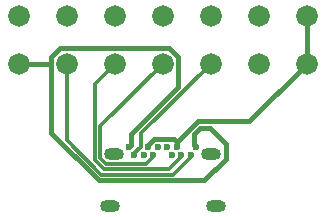
<source format=gbr>
%TF.GenerationSoftware,KiCad,Pcbnew,7.0.5*%
%TF.CreationDate,2024-03-06T10:34:55-05:00*%
%TF.ProjectId,SaberCord_Copy_Male,53616265-7243-46f7-9264-5f436f70795f,rev?*%
%TF.SameCoordinates,Original*%
%TF.FileFunction,Copper,L2,Bot*%
%TF.FilePolarity,Positive*%
%FSLAX46Y46*%
G04 Gerber Fmt 4.6, Leading zero omitted, Abs format (unit mm)*
G04 Created by KiCad (PCBNEW 7.0.5) date 2024-03-06 10:34:55*
%MOMM*%
%LPD*%
G01*
G04 APERTURE LIST*
%TA.AperFunction,ComponentPad*%
%ADD10O,1.700000X1.000000*%
%TD*%
%TA.AperFunction,ComponentPad*%
%ADD11C,0.600000*%
%TD*%
%TA.AperFunction,ComponentPad*%
%ADD12C,1.828800*%
%TD*%
%TA.AperFunction,Conductor*%
%ADD13C,0.400000*%
%TD*%
%TA.AperFunction,Conductor*%
%ADD14C,0.300000*%
%TD*%
G04 APERTURE END LIST*
D10*
%TO.P,J2,1*%
%TO.N,N/C*%
X-4125000Y-5620000D03*
%TO.P,J2,2*%
X-4485000Y-10010000D03*
%TO.P,J2,3*%
X4485000Y-10010000D03*
%TO.P,J2,4*%
X4125000Y-5620000D03*
D11*
%TO.P,J2,B1,b1*%
%TO.N,GND*%
X2800000Y-5020000D03*
%TO.P,J2,B2,b2*%
%TO.N,/CAN2_H*%
X2400000Y-5720000D03*
%TO.P,J2,B3,b3*%
%TO.N,/CAN2_L*%
X1600000Y-5720000D03*
%TO.P,J2,B4,b4*%
%TO.N,+12V*%
X1200000Y-5020000D03*
%TO.P,J2,B5,b5*%
%TO.N,unconnected-(J2-b5-PadB5)*%
X800000Y-5720000D03*
%TO.P,J2,B6,b6*%
%TO.N,unconnected-(J2-b6-PadB6)*%
X400000Y-5020000D03*
%TO.P,J2,B7,b7*%
%TO.N,unconnected-(J2-b7-PadB7)*%
X-400000Y-5020000D03*
%TO.P,J2,B8,b8*%
%TO.N,/SBU2*%
X-800000Y-5720000D03*
%TO.P,J2,B9,b9*%
%TO.N,+12V*%
X-1200000Y-5020000D03*
%TO.P,J2,B10,b10*%
%TO.N,/CAN3_L*%
X-1600000Y-5720000D03*
%TO.P,J2,B11,b11*%
%TO.N,/CAN3_H*%
X-2400000Y-5720000D03*
%TO.P,J2,B12,b12*%
%TO.N,GND*%
X-2800000Y-5020000D03*
%TD*%
D12*
%TO.P,J1,1,Pin_1a*%
%TO.N,GND*%
X-12192000Y6096000D03*
%TO.P,J1,2,Pin_2a*%
%TO.N,/CAN0_H*%
X-8128000Y6096000D03*
%TO.P,J1,3,Pin_3a*%
%TO.N,/CAN0_L*%
X-4064000Y6096000D03*
%TO.P,J1,4,Pin_4a*%
%TO.N,/SBU1*%
X0Y6096000D03*
%TO.P,J1,5,Pin_5a*%
%TO.N,/CAN1_L*%
X4064000Y6096000D03*
%TO.P,J1,6,Pin_6a*%
%TO.N,/CAN1_H*%
X8128000Y6096000D03*
%TO.P,J1,7,Pin_7a*%
%TO.N,+12V*%
X12192000Y6096000D03*
%TO.P,J1,8,Pin_1b*%
%TO.N,GND*%
X-12192000Y2032000D03*
%TO.P,J1,9,Pin_2b*%
%TO.N,/CAN2_H*%
X-8128000Y2032000D03*
%TO.P,J1,10,Pin_3b*%
%TO.N,/CAN2_L*%
X-4064000Y2032000D03*
%TO.P,J1,11,Pin_4b*%
%TO.N,/SBU2*%
X0Y2032000D03*
%TO.P,J1,12,Pin_5b*%
%TO.N,/CAN3_H*%
X4064000Y2032000D03*
%TO.P,J1,13,Pin_6b*%
%TO.N,/CAN3_L*%
X8128000Y2032000D03*
%TO.P,J1,14,Pin_7b*%
%TO.N,+12V*%
X12192000Y2032000D03*
%TD*%
D13*
%TO.N,+12V*%
X-1200000Y-4842500D02*
X-699000Y-4341500D01*
X3002400Y-2801500D02*
X1200000Y-4603900D01*
X7358500Y-2801500D02*
X3002400Y-2801500D01*
X-699000Y-4341500D02*
X937600Y-4341500D01*
X937600Y-4341500D02*
X1200000Y-4603900D01*
X12192000Y2032000D02*
X7358500Y-2801500D01*
X1200000Y-4603900D02*
X1200000Y-5020000D01*
X-1200000Y-5020000D02*
X-1200000Y-4842500D01*
X12192000Y6096000D02*
X12192000Y2032000D01*
%TO.N,GND*%
X3519000Y-7854100D02*
X5347100Y-6026000D01*
X2646100Y-3946300D02*
X2646100Y-4866100D01*
X509200Y3335900D02*
X-8692800Y3335900D01*
X1282300Y2562800D02*
X509200Y3335900D01*
X3996400Y-3397800D02*
X3194600Y-3397800D01*
X5347100Y-6026000D02*
X5347100Y-4748500D01*
X3194600Y-3397800D02*
X2646100Y-3946300D01*
X-8692800Y3335900D02*
X-9443400Y2585300D01*
X-2673100Y-4893100D02*
X-2673100Y-3937900D01*
X-2673100Y-3937900D02*
X1282300Y17500D01*
X5347100Y-4748500D02*
X3996400Y-3397800D01*
X1282300Y17500D02*
X1282300Y2562800D01*
X-2800000Y-5020000D02*
X-2673100Y-4893100D01*
X-5394100Y-7854100D02*
X3519000Y-7854100D01*
X-9443400Y-3804800D02*
X-5394100Y-7854100D01*
X-9443400Y2585300D02*
X-9443400Y2032000D01*
X-9443400Y2032000D02*
X-9443400Y-3804800D01*
X-12192000Y2032000D02*
X-9443400Y2032000D01*
X2646100Y-4866100D02*
X2800000Y-5020000D01*
D14*
%TO.N,/CAN2_H*%
X-5186300Y-7352200D02*
X905000Y-7352200D01*
X-8128000Y2032000D02*
X-8128000Y-4410500D01*
X905000Y-7352200D02*
X2400000Y-5857200D01*
X-8128000Y-4410500D02*
X-5186300Y-7352200D01*
X2400000Y-5857200D02*
X2400000Y-5720000D01*
%TO.N,/CAN2_L*%
X-4064000Y2032000D02*
X-5747100Y348900D01*
X-5747100Y348900D02*
X-5747100Y-6152400D01*
X1600000Y-5850400D02*
X1600000Y-5720000D01*
X-4999200Y-6900300D02*
X550100Y-6900300D01*
X550100Y-6900300D02*
X1600000Y-5850400D01*
X-5747100Y-6152400D02*
X-4999200Y-6900300D01*
%TO.N,/SBU2*%
X-800000Y-5853700D02*
X-1382300Y-6436000D01*
X-5283500Y-3251500D02*
X0Y2032000D01*
X-800000Y-5720000D02*
X-800000Y-5853700D01*
X-1382300Y-6436000D02*
X-4811300Y-6436000D01*
X-4811300Y-6436000D02*
X-5283500Y-5963800D01*
X-5283500Y-5963800D02*
X-5283500Y-3251500D01*
%TO.N,/CAN3_H*%
X-2400000Y-5720000D02*
X-2400000Y-5570100D01*
X-1839200Y-5009300D02*
X-1839200Y-3871200D01*
X-2400000Y-5570100D02*
X-1839200Y-5009300D01*
X-1839200Y-3871200D02*
X4064000Y2032000D01*
%TD*%
M02*

</source>
